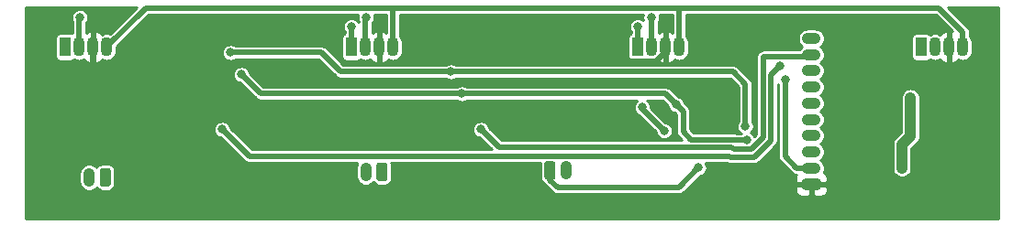
<source format=gbr>
G04 #@! TF.GenerationSoftware,KiCad,Pcbnew,(5.1.9)-1*
G04 #@! TF.CreationDate,2021-02-09T21:25:51+02:00*
G04 #@! TF.ProjectId,jantteri-secondary,6a616e74-7465-4726-992d-7365636f6e64,rev?*
G04 #@! TF.SameCoordinates,Original*
G04 #@! TF.FileFunction,Copper,L2,Bot*
G04 #@! TF.FilePolarity,Positive*
%FSLAX46Y46*%
G04 Gerber Fmt 4.6, Leading zero omitted, Abs format (unit mm)*
G04 Created by KiCad (PCBNEW (5.1.9)-1) date 2021-02-09 21:25:51*
%MOMM*%
%LPD*%
G01*
G04 APERTURE LIST*
G04 #@! TA.AperFunction,ComponentPad*
%ADD10O,1.070000X1.800000*%
G04 #@! TD*
G04 #@! TA.AperFunction,ComponentPad*
%ADD11R,1.070000X1.800000*%
G04 #@! TD*
G04 #@! TA.AperFunction,ComponentPad*
%ADD12O,1.030000X1.730000*%
G04 #@! TD*
G04 #@! TA.AperFunction,ComponentPad*
%ADD13O,1.730000X1.030000*%
G04 #@! TD*
G04 #@! TA.AperFunction,ViaPad*
%ADD14C,0.800000*%
G04 #@! TD*
G04 #@! TA.AperFunction,Conductor*
%ADD15C,0.500000*%
G04 #@! TD*
G04 #@! TA.AperFunction,Conductor*
%ADD16C,1.000000*%
G04 #@! TD*
G04 #@! TA.AperFunction,Conductor*
%ADD17C,0.254000*%
G04 #@! TD*
G04 #@! TA.AperFunction,Conductor*
%ADD18C,0.100000*%
G04 #@! TD*
G04 APERTURE END LIST*
D10*
X111506000Y-67564000D03*
X110236000Y-67564000D03*
X108966000Y-67564000D03*
D11*
X107696000Y-67564000D03*
X54864000Y-67564000D03*
D10*
X56134000Y-67564000D03*
X57404000Y-67564000D03*
X58674000Y-67564000D03*
D11*
X133858000Y-67564000D03*
D10*
X135128000Y-67564000D03*
X136398000Y-67564000D03*
X137668000Y-67564000D03*
X85090000Y-67564000D03*
X83820000Y-67564000D03*
X82550000Y-67564000D03*
D11*
X81280000Y-67564000D03*
G04 #@! TA.AperFunction,ComponentPad*
G36*
G01*
X59062000Y-79013999D02*
X59062000Y-80244001D01*
G75*
G02*
X58812001Y-80494000I-249999J0D01*
G01*
X58281999Y-80494000D01*
G75*
G02*
X58032000Y-80244001I0J249999D01*
G01*
X58032000Y-79013999D01*
G75*
G02*
X58281999Y-78764000I249999J0D01*
G01*
X58812001Y-78764000D01*
G75*
G02*
X59062000Y-79013999I0J-249999D01*
G01*
G37*
G04 #@! TD.AperFunction*
D12*
X57047000Y-79629000D03*
G04 #@! TA.AperFunction,ComponentPad*
G36*
G01*
X84589000Y-78505999D02*
X84589000Y-79736001D01*
G75*
G02*
X84339001Y-79986000I-249999J0D01*
G01*
X83808999Y-79986000D01*
G75*
G02*
X83559000Y-79736001I0J249999D01*
G01*
X83559000Y-78505999D01*
G75*
G02*
X83808999Y-78256000I249999J0D01*
G01*
X84339001Y-78256000D01*
G75*
G02*
X84589000Y-78505999I0J-249999D01*
G01*
G37*
G04 #@! TD.AperFunction*
X82574000Y-79121000D03*
X101068000Y-78994000D03*
G04 #@! TA.AperFunction,ComponentPad*
G36*
G01*
X99053000Y-79609001D02*
X99053000Y-78378999D01*
G75*
G02*
X99302999Y-78129000I249999J0D01*
G01*
X99833001Y-78129000D01*
G75*
G02*
X100083000Y-78378999I0J-249999D01*
G01*
X100083000Y-79609001D01*
G75*
G02*
X99833001Y-79859000I-249999J0D01*
G01*
X99302999Y-79859000D01*
G75*
G02*
X99053000Y-79609001I0J249999D01*
G01*
G37*
G04 #@! TD.AperFunction*
G04 #@! TA.AperFunction,ComponentPad*
G36*
G01*
X124313001Y-80779000D02*
X123082999Y-80779000D01*
G75*
G02*
X122833000Y-80529001I0J249999D01*
G01*
X122833000Y-79998999D01*
G75*
G02*
X123082999Y-79749000I249999J0D01*
G01*
X124313001Y-79749000D01*
G75*
G02*
X124563000Y-79998999I0J-249999D01*
G01*
X124563000Y-80529001D01*
G75*
G02*
X124313001Y-80779000I-249999J0D01*
G01*
G37*
G04 #@! TD.AperFunction*
D13*
X123698000Y-78764000D03*
X123698000Y-77264000D03*
X123698000Y-75764000D03*
X123698000Y-74264000D03*
X123698000Y-72764000D03*
X123698000Y-71264000D03*
X123698000Y-69764000D03*
X123698000Y-68264000D03*
X123698000Y-66764000D03*
D14*
X108077000Y-73152000D03*
X110109000Y-75311000D03*
X121285000Y-70612000D03*
X132842000Y-72263000D03*
X132842000Y-75819000D03*
X132059000Y-78764000D03*
X54356000Y-73406000D03*
X57404000Y-69342000D03*
X65786000Y-68072000D03*
X73660000Y-75438000D03*
X77724000Y-74168000D03*
X79248000Y-67056000D03*
X93472000Y-68326000D03*
X116332000Y-68072000D03*
X100076000Y-74676000D03*
X108458000Y-75438000D03*
X115443000Y-78740000D03*
X113284000Y-78740000D03*
X108910989Y-64825011D03*
X82621989Y-64825011D03*
X56205989Y-64825011D03*
X81263988Y-65675012D03*
X107679988Y-65675012D03*
X69342000Y-75184000D03*
X120777000Y-69303000D03*
X93218000Y-75184000D03*
X90424000Y-69850000D03*
X70104000Y-68072000D03*
X117602000Y-74891000D03*
X71120000Y-70104000D03*
X91440000Y-71882000D03*
X111252000Y-72898000D03*
X117729000Y-76200000D03*
D15*
X108077000Y-73279000D02*
X110109000Y-75311000D01*
X108077000Y-73152000D02*
X108077000Y-73279000D01*
X121285000Y-70612000D02*
X121285000Y-77716000D01*
D16*
X132059000Y-76602000D02*
X132842000Y-75819000D01*
X132059000Y-78764000D02*
X132059000Y-76602000D01*
X132842000Y-72263000D02*
X132842000Y-75819000D01*
D15*
X121285000Y-77716000D02*
X122333000Y-78764000D01*
X122333000Y-78764000D02*
X123698000Y-78764000D01*
X110236000Y-67564000D02*
X110236000Y-68052014D01*
X94060010Y-68914010D02*
X93472000Y-68326000D01*
X109374004Y-68914010D02*
X94060010Y-68914010D01*
X110236000Y-68052014D02*
X109374004Y-68914010D01*
X57404000Y-67564000D02*
X57404000Y-69342000D01*
X113284000Y-78740000D02*
X111460990Y-80563010D01*
X100272010Y-80563010D02*
X99568000Y-79859000D01*
X99568000Y-79859000D02*
X99568000Y-78994000D01*
X111460990Y-80563010D02*
X100272010Y-80563010D01*
X62262990Y-63975010D02*
X58674000Y-67564000D01*
X137668000Y-66164000D02*
X135479010Y-63975010D01*
X137668000Y-67564000D02*
X137668000Y-66164000D01*
X85090000Y-64008000D02*
X85122990Y-63975010D01*
X85090000Y-67564000D02*
X85090000Y-64008000D01*
X85122990Y-63975010D02*
X62262990Y-63975010D01*
X111506000Y-64008000D02*
X111538990Y-63975010D01*
X111506000Y-67564000D02*
X111506000Y-64008000D01*
X111538990Y-63975010D02*
X85122990Y-63975010D01*
X135479010Y-63975010D02*
X111538990Y-63975010D01*
X108966000Y-64880022D02*
X108910989Y-64825011D01*
X108966000Y-67564000D02*
X108966000Y-64880022D01*
X82550000Y-64897000D02*
X82621989Y-64825011D01*
X82550000Y-67564000D02*
X82550000Y-64897000D01*
X56134000Y-64897000D02*
X56205989Y-64825011D01*
X56134000Y-67564000D02*
X56134000Y-64897000D01*
X107696000Y-65691024D02*
X107679988Y-65675012D01*
X107696000Y-67564000D02*
X107696000Y-65691024D01*
X81280000Y-65691024D02*
X81263988Y-65675012D01*
X81280000Y-67564000D02*
X81280000Y-65691024D01*
X71628000Y-77470000D02*
X69342000Y-75184000D01*
X71836990Y-77678990D02*
X71628000Y-77470000D01*
X116159990Y-77678990D02*
X71836990Y-77678990D01*
X116231010Y-77750011D02*
X118426954Y-77750011D01*
X116159990Y-77678990D02*
X116231010Y-77750011D01*
X119953010Y-70126990D02*
X120777000Y-69303000D01*
X119953010Y-76223955D02*
X119953010Y-70126990D01*
X118426954Y-77750011D02*
X119953010Y-76223955D01*
X123509000Y-68453000D02*
X123698000Y-68264000D01*
X119253000Y-75934002D02*
X119253000Y-68453000D01*
X118137001Y-77050001D02*
X119253000Y-75934002D01*
X116520963Y-77050001D02*
X118137001Y-77050001D01*
X116305962Y-76835000D02*
X116520963Y-77050001D01*
X94869000Y-76835000D02*
X116305962Y-76835000D01*
X93218000Y-75184000D02*
X94869000Y-76835000D01*
X119253000Y-68453000D02*
X123509000Y-68453000D01*
X111760000Y-69850000D02*
X90424000Y-69850000D01*
X90424000Y-69850000D02*
X80264000Y-69850000D01*
X78486000Y-68072000D02*
X70104000Y-68072000D01*
X80264000Y-69850000D02*
X78486000Y-68072000D01*
X117602000Y-74891000D02*
X117602000Y-70993000D01*
X116459000Y-69850000D02*
X111760000Y-69850000D01*
X117602000Y-70993000D02*
X116459000Y-69850000D01*
X72898000Y-71882000D02*
X91440000Y-71882000D01*
X71120000Y-70104000D02*
X72898000Y-71882000D01*
X110236000Y-71882000D02*
X111252000Y-72898000D01*
X91440000Y-71882000D02*
X110236000Y-71882000D01*
X111887000Y-73533000D02*
X111252000Y-72898000D01*
X111887000Y-75438000D02*
X111887000Y-73533000D01*
X112583990Y-76134990D02*
X111887000Y-75438000D01*
X116595915Y-76134990D02*
X112583990Y-76134990D01*
X116660925Y-76200000D02*
X116595915Y-76134990D01*
X117729000Y-76200000D02*
X116660925Y-76200000D01*
D17*
X59003804Y-66341828D02*
X58853566Y-66296254D01*
X58674000Y-66278568D01*
X58494433Y-66296254D01*
X58321766Y-66348632D01*
X58249180Y-66387430D01*
X58141513Y-66281883D01*
X57948421Y-66155623D01*
X57711383Y-66070100D01*
X57531000Y-66195756D01*
X57531000Y-67437000D01*
X57551000Y-67437000D01*
X57551000Y-67691000D01*
X57531000Y-67691000D01*
X57531000Y-68932244D01*
X57711383Y-69057900D01*
X57948421Y-68972377D01*
X58141513Y-68846117D01*
X58249181Y-68740570D01*
X58321767Y-68779368D01*
X58494434Y-68831746D01*
X58674000Y-68849432D01*
X58853567Y-68831746D01*
X59026234Y-68779368D01*
X59185365Y-68694311D01*
X59324844Y-68579844D01*
X59439311Y-68440365D01*
X59524368Y-68281234D01*
X59576746Y-68108567D01*
X59590000Y-67973998D01*
X59590000Y-67540368D01*
X62524359Y-64606010D01*
X81869250Y-64606010D01*
X81840989Y-64748089D01*
X81840989Y-64901933D01*
X81871002Y-65052820D01*
X81919001Y-65168698D01*
X81919001Y-65249545D01*
X81870630Y-65177153D01*
X81761847Y-65068370D01*
X81633930Y-64982899D01*
X81491797Y-64924025D01*
X81340910Y-64894012D01*
X81187066Y-64894012D01*
X81036179Y-64924025D01*
X80894046Y-64982899D01*
X80766129Y-65068370D01*
X80657346Y-65177153D01*
X80571875Y-65305070D01*
X80513001Y-65447203D01*
X80482988Y-65598090D01*
X80482988Y-65751934D01*
X80513001Y-65902821D01*
X80571875Y-66044954D01*
X80649001Y-66160381D01*
X80649001Y-66294977D01*
X80598492Y-66310299D01*
X80532304Y-66345678D01*
X80474289Y-66393289D01*
X80426678Y-66451304D01*
X80391299Y-66517492D01*
X80369513Y-66589311D01*
X80362157Y-66664000D01*
X80362157Y-68464000D01*
X80369513Y-68538689D01*
X80391299Y-68610508D01*
X80426678Y-68676696D01*
X80474289Y-68734711D01*
X80532304Y-68782322D01*
X80598492Y-68817701D01*
X80670311Y-68839487D01*
X80745000Y-68846843D01*
X81815000Y-68846843D01*
X81889689Y-68839487D01*
X81961508Y-68817701D01*
X82027696Y-68782322D01*
X82085711Y-68734711D01*
X82094403Y-68724119D01*
X82197767Y-68779368D01*
X82370434Y-68831746D01*
X82550000Y-68849432D01*
X82729567Y-68831746D01*
X82902234Y-68779368D01*
X82974820Y-68740570D01*
X83082487Y-68846117D01*
X83275579Y-68972377D01*
X83512617Y-69057900D01*
X83693000Y-68932244D01*
X83693000Y-67691000D01*
X83673000Y-67691000D01*
X83673000Y-67437000D01*
X83693000Y-67437000D01*
X83693000Y-66195756D01*
X83512617Y-66070100D01*
X83275579Y-66155623D01*
X83181000Y-66217467D01*
X83181000Y-65370501D01*
X83228631Y-65322870D01*
X83314102Y-65194953D01*
X83372976Y-65052820D01*
X83402989Y-64901933D01*
X83402989Y-64748089D01*
X83374728Y-64606010D01*
X84459001Y-64606010D01*
X84459000Y-66217467D01*
X84364421Y-66155623D01*
X84127383Y-66070100D01*
X83947000Y-66195756D01*
X83947000Y-67437000D01*
X83967000Y-67437000D01*
X83967000Y-67691000D01*
X83947000Y-67691000D01*
X83947000Y-68932244D01*
X84127383Y-69057900D01*
X84364421Y-68972377D01*
X84557513Y-68846117D01*
X84665181Y-68740570D01*
X84737767Y-68779368D01*
X84910434Y-68831746D01*
X85090000Y-68849432D01*
X85269567Y-68831746D01*
X85442234Y-68779368D01*
X85601365Y-68694311D01*
X85740844Y-68579844D01*
X85855311Y-68440365D01*
X85940368Y-68281234D01*
X85992746Y-68108567D01*
X86006000Y-67973998D01*
X86006000Y-67154002D01*
X85992746Y-67019433D01*
X85940368Y-66846766D01*
X85855311Y-66687635D01*
X85740844Y-66548156D01*
X85721000Y-66531871D01*
X85721000Y-64606010D01*
X108158250Y-64606010D01*
X108129989Y-64748089D01*
X108129989Y-64901933D01*
X108160002Y-65052820D01*
X108162079Y-65057834D01*
X108049930Y-64982899D01*
X107907797Y-64924025D01*
X107756910Y-64894012D01*
X107603066Y-64894012D01*
X107452179Y-64924025D01*
X107310046Y-64982899D01*
X107182129Y-65068370D01*
X107073346Y-65177153D01*
X106987875Y-65305070D01*
X106929001Y-65447203D01*
X106898988Y-65598090D01*
X106898988Y-65751934D01*
X106929001Y-65902821D01*
X106987875Y-66044954D01*
X107065001Y-66160381D01*
X107065001Y-66294977D01*
X107014492Y-66310299D01*
X106948304Y-66345678D01*
X106890289Y-66393289D01*
X106842678Y-66451304D01*
X106807299Y-66517492D01*
X106785513Y-66589311D01*
X106778157Y-66664000D01*
X106778157Y-68464000D01*
X106785513Y-68538689D01*
X106807299Y-68610508D01*
X106842678Y-68676696D01*
X106890289Y-68734711D01*
X106948304Y-68782322D01*
X107014492Y-68817701D01*
X107086311Y-68839487D01*
X107161000Y-68846843D01*
X108231000Y-68846843D01*
X108305689Y-68839487D01*
X108377508Y-68817701D01*
X108443696Y-68782322D01*
X108501711Y-68734711D01*
X108510403Y-68724119D01*
X108613767Y-68779368D01*
X108786434Y-68831746D01*
X108966000Y-68849432D01*
X109145567Y-68831746D01*
X109318234Y-68779368D01*
X109390820Y-68740570D01*
X109498487Y-68846117D01*
X109691579Y-68972377D01*
X109928617Y-69057900D01*
X110109000Y-68932244D01*
X110109000Y-67691000D01*
X110089000Y-67691000D01*
X110089000Y-67437000D01*
X110109000Y-67437000D01*
X110109000Y-66195756D01*
X109928617Y-66070100D01*
X109691579Y-66155623D01*
X109597000Y-66217467D01*
X109597000Y-65204085D01*
X109603102Y-65194953D01*
X109661976Y-65052820D01*
X109691989Y-64901933D01*
X109691989Y-64748089D01*
X109663728Y-64606010D01*
X110875001Y-64606010D01*
X110875000Y-66217467D01*
X110780421Y-66155623D01*
X110543383Y-66070100D01*
X110363000Y-66195756D01*
X110363000Y-67437000D01*
X110383000Y-67437000D01*
X110383000Y-67691000D01*
X110363000Y-67691000D01*
X110363000Y-68932244D01*
X110543383Y-69057900D01*
X110780421Y-68972377D01*
X110973513Y-68846117D01*
X111081181Y-68740570D01*
X111153767Y-68779368D01*
X111326434Y-68831746D01*
X111506000Y-68849432D01*
X111685567Y-68831746D01*
X111858234Y-68779368D01*
X112017365Y-68694311D01*
X112156844Y-68579844D01*
X112271311Y-68440365D01*
X112356368Y-68281234D01*
X112408746Y-68108567D01*
X112422000Y-67973998D01*
X112422000Y-67154002D01*
X112408746Y-67019433D01*
X112356368Y-66846766D01*
X112271311Y-66687635D01*
X112156844Y-66548156D01*
X112137000Y-66531871D01*
X112137000Y-64606010D01*
X135217642Y-64606010D01*
X136691442Y-66079811D01*
X136525000Y-66195756D01*
X136525000Y-67437000D01*
X136545000Y-67437000D01*
X136545000Y-67691000D01*
X136525000Y-67691000D01*
X136525000Y-68932244D01*
X136705383Y-69057900D01*
X136942421Y-68972377D01*
X137135513Y-68846117D01*
X137243181Y-68740570D01*
X137315767Y-68779368D01*
X137488434Y-68831746D01*
X137668000Y-68849432D01*
X137847567Y-68831746D01*
X138020234Y-68779368D01*
X138179365Y-68694311D01*
X138318844Y-68579844D01*
X138433311Y-68440365D01*
X138518368Y-68281234D01*
X138570746Y-68108567D01*
X138584000Y-67973998D01*
X138584000Y-67154002D01*
X138570746Y-67019433D01*
X138518368Y-66846766D01*
X138433311Y-66687635D01*
X138318844Y-66548156D01*
X138299000Y-66531871D01*
X138299000Y-66194987D01*
X138302052Y-66163999D01*
X138299000Y-66133011D01*
X138299000Y-66133002D01*
X138289870Y-66040302D01*
X138253789Y-65921358D01*
X138195196Y-65811739D01*
X138116343Y-65715657D01*
X138092268Y-65695899D01*
X136302368Y-63906000D01*
X140945001Y-63906000D01*
X140945000Y-82569940D01*
X140945001Y-82569950D01*
X140945000Y-83414000D01*
X51206000Y-83414000D01*
X51206000Y-79234987D01*
X56151000Y-79234987D01*
X56151000Y-80023012D01*
X56163965Y-80154646D01*
X56215199Y-80323542D01*
X56298399Y-80479198D01*
X56410367Y-80615633D01*
X56546801Y-80727601D01*
X56702457Y-80810801D01*
X56871353Y-80862035D01*
X57047000Y-80879335D01*
X57222646Y-80862035D01*
X57391542Y-80810801D01*
X57547198Y-80727601D01*
X57683633Y-80615633D01*
X57733830Y-80554467D01*
X57755810Y-80595589D01*
X57834512Y-80691488D01*
X57930411Y-80770190D01*
X58039821Y-80828671D01*
X58158538Y-80864683D01*
X58281999Y-80876843D01*
X58812001Y-80876843D01*
X58935462Y-80864683D01*
X59054179Y-80828671D01*
X59163589Y-80770190D01*
X59259488Y-80691488D01*
X59338190Y-80595589D01*
X59396671Y-80486179D01*
X59432683Y-80367462D01*
X59444843Y-80244001D01*
X59444843Y-79013999D01*
X59432683Y-78890538D01*
X59396671Y-78771821D01*
X59338190Y-78662411D01*
X59259488Y-78566512D01*
X59163589Y-78487810D01*
X59054179Y-78429329D01*
X58935462Y-78393317D01*
X58812001Y-78381157D01*
X58281999Y-78381157D01*
X58158538Y-78393317D01*
X58039821Y-78429329D01*
X57930411Y-78487810D01*
X57834512Y-78566512D01*
X57755810Y-78662411D01*
X57733830Y-78703533D01*
X57683633Y-78642367D01*
X57547199Y-78530399D01*
X57391543Y-78447199D01*
X57222647Y-78395965D01*
X57047000Y-78378665D01*
X56871354Y-78395965D01*
X56702458Y-78447199D01*
X56546802Y-78530399D01*
X56410368Y-78642367D01*
X56298400Y-78778801D01*
X56215200Y-78934457D01*
X56163965Y-79103353D01*
X56151000Y-79234987D01*
X51206000Y-79234987D01*
X51206000Y-75107078D01*
X68561000Y-75107078D01*
X68561000Y-75260922D01*
X68591013Y-75411809D01*
X68649887Y-75553942D01*
X68735358Y-75681859D01*
X68844141Y-75790642D01*
X68972058Y-75876113D01*
X69114191Y-75934987D01*
X69222079Y-75956447D01*
X71203734Y-77938103D01*
X71203741Y-77938108D01*
X71368881Y-78103248D01*
X71388647Y-78127333D01*
X71484729Y-78206186D01*
X71594348Y-78264779D01*
X71713292Y-78300860D01*
X71805992Y-78309990D01*
X71806001Y-78309990D01*
X71836989Y-78313042D01*
X71867977Y-78309990D01*
X81804453Y-78309990D01*
X81742200Y-78426457D01*
X81690965Y-78595353D01*
X81678000Y-78726987D01*
X81678000Y-79515012D01*
X81690965Y-79646646D01*
X81742199Y-79815542D01*
X81825399Y-79971198D01*
X81937367Y-80107633D01*
X82073801Y-80219601D01*
X82229457Y-80302801D01*
X82398353Y-80354035D01*
X82574000Y-80371335D01*
X82749646Y-80354035D01*
X82918542Y-80302801D01*
X83074198Y-80219601D01*
X83210633Y-80107633D01*
X83260830Y-80046467D01*
X83282810Y-80087589D01*
X83361512Y-80183488D01*
X83457411Y-80262190D01*
X83566821Y-80320671D01*
X83685538Y-80356683D01*
X83808999Y-80368843D01*
X84339001Y-80368843D01*
X84462462Y-80356683D01*
X84581179Y-80320671D01*
X84690589Y-80262190D01*
X84786488Y-80183488D01*
X84865190Y-80087589D01*
X84923671Y-79978179D01*
X84959683Y-79859462D01*
X84971843Y-79736001D01*
X84971843Y-78505999D01*
X84959683Y-78382538D01*
X84937676Y-78309990D01*
X98676954Y-78309990D01*
X98670157Y-78378999D01*
X98670157Y-79609001D01*
X98682317Y-79732462D01*
X98718329Y-79851179D01*
X98776810Y-79960589D01*
X98855512Y-80056488D01*
X98951411Y-80135190D01*
X99019636Y-80171657D01*
X99040804Y-80211260D01*
X99119657Y-80307343D01*
X99143737Y-80327105D01*
X99803905Y-80987273D01*
X99823667Y-81011353D01*
X99919749Y-81090206D01*
X100029368Y-81148799D01*
X100148312Y-81184880D01*
X100241012Y-81194010D01*
X100241021Y-81194010D01*
X100272009Y-81197062D01*
X100302997Y-81194010D01*
X111430000Y-81194010D01*
X111460990Y-81197062D01*
X111491980Y-81194010D01*
X111491988Y-81194010D01*
X111584688Y-81184880D01*
X111703632Y-81148799D01*
X111813251Y-81090206D01*
X111909333Y-81011353D01*
X111929095Y-80987273D01*
X112137368Y-80779000D01*
X122194928Y-80779000D01*
X122207188Y-80903482D01*
X122243498Y-81023180D01*
X122302463Y-81133494D01*
X122381815Y-81230185D01*
X122478506Y-81309537D01*
X122588820Y-81368502D01*
X122708518Y-81404812D01*
X122833000Y-81417072D01*
X123412250Y-81414000D01*
X123571000Y-81255250D01*
X123571000Y-80391000D01*
X123825000Y-80391000D01*
X123825000Y-81255250D01*
X123983750Y-81414000D01*
X124563000Y-81417072D01*
X124687482Y-81404812D01*
X124807180Y-81368502D01*
X124917494Y-81309537D01*
X125014185Y-81230185D01*
X125093537Y-81133494D01*
X125152502Y-81023180D01*
X125188812Y-80903482D01*
X125201072Y-80779000D01*
X125198000Y-80549750D01*
X125039250Y-80391000D01*
X123825000Y-80391000D01*
X123571000Y-80391000D01*
X122356750Y-80391000D01*
X122198000Y-80549750D01*
X122194928Y-80779000D01*
X112137368Y-80779000D01*
X113403921Y-79512447D01*
X113511809Y-79490987D01*
X113653942Y-79432113D01*
X113781859Y-79346642D01*
X113890642Y-79237859D01*
X113976113Y-79109942D01*
X114034987Y-78967809D01*
X114065000Y-78816922D01*
X114065000Y-78663078D01*
X114034987Y-78512191D01*
X113976113Y-78370058D01*
X113935977Y-78309990D01*
X115940081Y-78309990D01*
X115988368Y-78335800D01*
X116067971Y-78359947D01*
X116107308Y-78371880D01*
X116107309Y-78371880D01*
X116107312Y-78371881D01*
X116200012Y-78381011D01*
X116200017Y-78381011D01*
X116231005Y-78384063D01*
X116261996Y-78381011D01*
X118395964Y-78381011D01*
X118426954Y-78384063D01*
X118457944Y-78381011D01*
X118457952Y-78381011D01*
X118550652Y-78371881D01*
X118669596Y-78335800D01*
X118779215Y-78277207D01*
X118875297Y-78198354D01*
X118895059Y-78174274D01*
X120377279Y-76692055D01*
X120401353Y-76672298D01*
X120458149Y-76603093D01*
X120480206Y-76576216D01*
X120538799Y-76466597D01*
X120545358Y-76444975D01*
X120574880Y-76347653D01*
X120584010Y-76254953D01*
X120584010Y-76254944D01*
X120587062Y-76223956D01*
X120584010Y-76192968D01*
X120584010Y-70960511D01*
X120592887Y-70981942D01*
X120654000Y-71073405D01*
X120654001Y-77685000D01*
X120650948Y-77716000D01*
X120663130Y-77839697D01*
X120699211Y-77958641D01*
X120757804Y-78068260D01*
X120816897Y-78140265D01*
X120816900Y-78140268D01*
X120836658Y-78164343D01*
X120860733Y-78184101D01*
X121864899Y-79188268D01*
X121884657Y-79212343D01*
X121908732Y-79232101D01*
X121908734Y-79232103D01*
X121958824Y-79273211D01*
X121980739Y-79291196D01*
X122090358Y-79349789D01*
X122209302Y-79385870D01*
X122302002Y-79395000D01*
X122302009Y-79395000D01*
X122302189Y-79395018D01*
X122243498Y-79504820D01*
X122207188Y-79624518D01*
X122194928Y-79749000D01*
X122198000Y-79978250D01*
X122356750Y-80137000D01*
X123571000Y-80137000D01*
X123571000Y-80117000D01*
X123825000Y-80117000D01*
X123825000Y-80137000D01*
X125039250Y-80137000D01*
X125198000Y-79978250D01*
X125201072Y-79749000D01*
X125188812Y-79624518D01*
X125152502Y-79504820D01*
X125093537Y-79394506D01*
X125014185Y-79297815D01*
X124917494Y-79218463D01*
X124842480Y-79178366D01*
X124879801Y-79108543D01*
X124931035Y-78939647D01*
X124948335Y-78764000D01*
X124931035Y-78588353D01*
X124879801Y-78419457D01*
X124796601Y-78263801D01*
X124684633Y-78127367D01*
X124548199Y-78015399D01*
X124545582Y-78014000D01*
X124548199Y-78012601D01*
X124684633Y-77900633D01*
X124796601Y-77764199D01*
X124879801Y-77608543D01*
X124931035Y-77439647D01*
X124948335Y-77264000D01*
X124931035Y-77088353D01*
X124879801Y-76919457D01*
X124796601Y-76763801D01*
X124684633Y-76627367D01*
X124653724Y-76602000D01*
X131173738Y-76602000D01*
X131178001Y-76645280D01*
X131178000Y-78807272D01*
X131190748Y-78936705D01*
X131241125Y-79102774D01*
X131322932Y-79255824D01*
X131433025Y-79389975D01*
X131567175Y-79500068D01*
X131720225Y-79581875D01*
X131886294Y-79632252D01*
X132059000Y-79649262D01*
X132231705Y-79632252D01*
X132397774Y-79581875D01*
X132550824Y-79500068D01*
X132684975Y-79389975D01*
X132795068Y-79255825D01*
X132876875Y-79102775D01*
X132927252Y-78936706D01*
X132940000Y-78807273D01*
X132940000Y-76966921D01*
X133434360Y-76472562D01*
X133467975Y-76444975D01*
X133539133Y-76358268D01*
X133578068Y-76310826D01*
X133635167Y-76204000D01*
X133659875Y-76157775D01*
X133710252Y-75991706D01*
X133723000Y-75862273D01*
X133723000Y-75862271D01*
X133727262Y-75819001D01*
X133723000Y-75775731D01*
X133723000Y-72219727D01*
X133710252Y-72090294D01*
X133659875Y-71924225D01*
X133578068Y-71771175D01*
X133467975Y-71637025D01*
X133333824Y-71526932D01*
X133180774Y-71445125D01*
X133014705Y-71394748D01*
X132842000Y-71377738D01*
X132669294Y-71394748D01*
X132503225Y-71445125D01*
X132350175Y-71526932D01*
X132216025Y-71637025D01*
X132105932Y-71771176D01*
X132024125Y-71924226D01*
X131973748Y-72090295D01*
X131961000Y-72219728D01*
X131961001Y-75454077D01*
X131466640Y-75948439D01*
X131433026Y-75976025D01*
X131391085Y-76027131D01*
X131322932Y-76110175D01*
X131241125Y-76263226D01*
X131206421Y-76377631D01*
X131191200Y-76427809D01*
X131190749Y-76429295D01*
X131173738Y-76602000D01*
X124653724Y-76602000D01*
X124548199Y-76515399D01*
X124545582Y-76514000D01*
X124548199Y-76512601D01*
X124684633Y-76400633D01*
X124796601Y-76264199D01*
X124879801Y-76108543D01*
X124931035Y-75939647D01*
X124948335Y-75764000D01*
X124931035Y-75588353D01*
X124879801Y-75419457D01*
X124796601Y-75263801D01*
X124684633Y-75127367D01*
X124548199Y-75015399D01*
X124545582Y-75014000D01*
X124548199Y-75012601D01*
X124684633Y-74900633D01*
X124796601Y-74764199D01*
X124879801Y-74608543D01*
X124931035Y-74439647D01*
X124948335Y-74264000D01*
X124931035Y-74088353D01*
X124879801Y-73919457D01*
X124796601Y-73763801D01*
X124684633Y-73627367D01*
X124548199Y-73515399D01*
X124545582Y-73514000D01*
X124548199Y-73512601D01*
X124684633Y-73400633D01*
X124796601Y-73264199D01*
X124879801Y-73108543D01*
X124931035Y-72939647D01*
X124948335Y-72764000D01*
X124931035Y-72588353D01*
X124879801Y-72419457D01*
X124796601Y-72263801D01*
X124684633Y-72127367D01*
X124548199Y-72015399D01*
X124545582Y-72014000D01*
X124548199Y-72012601D01*
X124684633Y-71900633D01*
X124796601Y-71764199D01*
X124879801Y-71608543D01*
X124931035Y-71439647D01*
X124948335Y-71264000D01*
X124931035Y-71088353D01*
X124879801Y-70919457D01*
X124796601Y-70763801D01*
X124684633Y-70627367D01*
X124548199Y-70515399D01*
X124545582Y-70514000D01*
X124548199Y-70512601D01*
X124684633Y-70400633D01*
X124796601Y-70264199D01*
X124879801Y-70108543D01*
X124931035Y-69939647D01*
X124948335Y-69764000D01*
X124931035Y-69588353D01*
X124879801Y-69419457D01*
X124796601Y-69263801D01*
X124684633Y-69127367D01*
X124548199Y-69015399D01*
X124545582Y-69014000D01*
X124548199Y-69012601D01*
X124684633Y-68900633D01*
X124796601Y-68764199D01*
X124879801Y-68608543D01*
X124931035Y-68439647D01*
X124948335Y-68264000D01*
X124931035Y-68088353D01*
X124879801Y-67919457D01*
X124796601Y-67763801D01*
X124684633Y-67627367D01*
X124548199Y-67515399D01*
X124545582Y-67514000D01*
X124548199Y-67512601D01*
X124684633Y-67400633D01*
X124796601Y-67264199D01*
X124879801Y-67108543D01*
X124931035Y-66939647D01*
X124948335Y-66764000D01*
X124938486Y-66664000D01*
X132940157Y-66664000D01*
X132940157Y-68464000D01*
X132947513Y-68538689D01*
X132969299Y-68610508D01*
X133004678Y-68676696D01*
X133052289Y-68734711D01*
X133110304Y-68782322D01*
X133176492Y-68817701D01*
X133248311Y-68839487D01*
X133323000Y-68846843D01*
X134393000Y-68846843D01*
X134467689Y-68839487D01*
X134539508Y-68817701D01*
X134605696Y-68782322D01*
X134663711Y-68734711D01*
X134672403Y-68724119D01*
X134775767Y-68779368D01*
X134948434Y-68831746D01*
X135128000Y-68849432D01*
X135307567Y-68831746D01*
X135480234Y-68779368D01*
X135552820Y-68740570D01*
X135660487Y-68846117D01*
X135853579Y-68972377D01*
X136090617Y-69057900D01*
X136271000Y-68932244D01*
X136271000Y-67691000D01*
X136251000Y-67691000D01*
X136251000Y-67437000D01*
X136271000Y-67437000D01*
X136271000Y-66195756D01*
X136090617Y-66070100D01*
X135853579Y-66155623D01*
X135660487Y-66281883D01*
X135552819Y-66387430D01*
X135480233Y-66348632D01*
X135307566Y-66296254D01*
X135128000Y-66278568D01*
X134948433Y-66296254D01*
X134775766Y-66348632D01*
X134672403Y-66403880D01*
X134663711Y-66393289D01*
X134605696Y-66345678D01*
X134539508Y-66310299D01*
X134467689Y-66288513D01*
X134393000Y-66281157D01*
X133323000Y-66281157D01*
X133248311Y-66288513D01*
X133176492Y-66310299D01*
X133110304Y-66345678D01*
X133052289Y-66393289D01*
X133004678Y-66451304D01*
X132969299Y-66517492D01*
X132947513Y-66589311D01*
X132940157Y-66664000D01*
X124938486Y-66664000D01*
X124931035Y-66588353D01*
X124879801Y-66419457D01*
X124796601Y-66263801D01*
X124684633Y-66127367D01*
X124548199Y-66015399D01*
X124392543Y-65932199D01*
X124223647Y-65880965D01*
X124092013Y-65868000D01*
X123303987Y-65868000D01*
X123172353Y-65880965D01*
X123003457Y-65932199D01*
X122847801Y-66015399D01*
X122711367Y-66127367D01*
X122599399Y-66263801D01*
X122516199Y-66419457D01*
X122464965Y-66588353D01*
X122447665Y-66764000D01*
X122464965Y-66939647D01*
X122516199Y-67108543D01*
X122599399Y-67264199D01*
X122711367Y-67400633D01*
X122847801Y-67512601D01*
X122850418Y-67514000D01*
X122847801Y-67515399D01*
X122711367Y-67627367D01*
X122599399Y-67763801D01*
X122568291Y-67822000D01*
X119283998Y-67822000D01*
X119253000Y-67818947D01*
X119222002Y-67822000D01*
X119129302Y-67831130D01*
X119010358Y-67867211D01*
X118900739Y-67925804D01*
X118804657Y-68004657D01*
X118725804Y-68100739D01*
X118667211Y-68210358D01*
X118631130Y-68329302D01*
X118618947Y-68453000D01*
X118622001Y-68484008D01*
X118622000Y-75672633D01*
X118433843Y-75860790D01*
X118421113Y-75830058D01*
X118335642Y-75702141D01*
X118226859Y-75593358D01*
X118098942Y-75507887D01*
X118090043Y-75504201D01*
X118099859Y-75497642D01*
X118208642Y-75388859D01*
X118294113Y-75260942D01*
X118352987Y-75118809D01*
X118383000Y-74967922D01*
X118383000Y-74814078D01*
X118352987Y-74663191D01*
X118294113Y-74521058D01*
X118233000Y-74429595D01*
X118233000Y-71023987D01*
X118236052Y-70992999D01*
X118233000Y-70962011D01*
X118233000Y-70962002D01*
X118223870Y-70869302D01*
X118187789Y-70750358D01*
X118129196Y-70640739D01*
X118080171Y-70581002D01*
X118070103Y-70568734D01*
X118070101Y-70568732D01*
X118050343Y-70544657D01*
X118026268Y-70524899D01*
X116927105Y-69425737D01*
X116907343Y-69401657D01*
X116811261Y-69322804D01*
X116701642Y-69264211D01*
X116582698Y-69228130D01*
X116489998Y-69219000D01*
X116489990Y-69219000D01*
X116459000Y-69215948D01*
X116428010Y-69219000D01*
X90885405Y-69219000D01*
X90793942Y-69157887D01*
X90651809Y-69099013D01*
X90500922Y-69069000D01*
X90347078Y-69069000D01*
X90196191Y-69099013D01*
X90054058Y-69157887D01*
X89962595Y-69219000D01*
X80525369Y-69219000D01*
X78954105Y-67647737D01*
X78934343Y-67623657D01*
X78838261Y-67544804D01*
X78728642Y-67486211D01*
X78609698Y-67450130D01*
X78516998Y-67441000D01*
X78516990Y-67441000D01*
X78486000Y-67437948D01*
X78455010Y-67441000D01*
X70565405Y-67441000D01*
X70473942Y-67379887D01*
X70331809Y-67321013D01*
X70180922Y-67291000D01*
X70027078Y-67291000D01*
X69876191Y-67321013D01*
X69734058Y-67379887D01*
X69606141Y-67465358D01*
X69497358Y-67574141D01*
X69411887Y-67702058D01*
X69353013Y-67844191D01*
X69323000Y-67995078D01*
X69323000Y-68148922D01*
X69353013Y-68299809D01*
X69411887Y-68441942D01*
X69497358Y-68569859D01*
X69606141Y-68678642D01*
X69734058Y-68764113D01*
X69876191Y-68822987D01*
X70027078Y-68853000D01*
X70180922Y-68853000D01*
X70331809Y-68822987D01*
X70473942Y-68764113D01*
X70565405Y-68703000D01*
X78224632Y-68703000D01*
X79795899Y-70274268D01*
X79815657Y-70298343D01*
X79911739Y-70377196D01*
X80021358Y-70435789D01*
X80140302Y-70471870D01*
X80233002Y-70481000D01*
X80233009Y-70481000D01*
X80264000Y-70484052D01*
X80294990Y-70481000D01*
X89962595Y-70481000D01*
X90054058Y-70542113D01*
X90196191Y-70600987D01*
X90347078Y-70631000D01*
X90500922Y-70631000D01*
X90651809Y-70600987D01*
X90793942Y-70542113D01*
X90885405Y-70481000D01*
X116197632Y-70481000D01*
X116971001Y-71254370D01*
X116971000Y-74429595D01*
X116909887Y-74521058D01*
X116851013Y-74663191D01*
X116821000Y-74814078D01*
X116821000Y-74967922D01*
X116851013Y-75118809D01*
X116909887Y-75260942D01*
X116995358Y-75388859D01*
X117104141Y-75497642D01*
X117210936Y-75569000D01*
X116875598Y-75569000D01*
X116838557Y-75549201D01*
X116719613Y-75513120D01*
X116626913Y-75503990D01*
X116626905Y-75503990D01*
X116595915Y-75500938D01*
X116564925Y-75503990D01*
X112845359Y-75503990D01*
X112518000Y-75176632D01*
X112518000Y-73563998D01*
X112521053Y-73533000D01*
X112508870Y-73409302D01*
X112472789Y-73290358D01*
X112414196Y-73180739D01*
X112355103Y-73108734D01*
X112355101Y-73108732D01*
X112335343Y-73084657D01*
X112311268Y-73064899D01*
X112024447Y-72778078D01*
X112002987Y-72670191D01*
X111944113Y-72528058D01*
X111858642Y-72400141D01*
X111749859Y-72291358D01*
X111621942Y-72205887D01*
X111479809Y-72147013D01*
X111371922Y-72125553D01*
X110704105Y-71457737D01*
X110684343Y-71433657D01*
X110588261Y-71354804D01*
X110478642Y-71296211D01*
X110359698Y-71260130D01*
X110266998Y-71251000D01*
X110266990Y-71251000D01*
X110236000Y-71247948D01*
X110205010Y-71251000D01*
X91901405Y-71251000D01*
X91809942Y-71189887D01*
X91667809Y-71131013D01*
X91516922Y-71101000D01*
X91363078Y-71101000D01*
X91212191Y-71131013D01*
X91070058Y-71189887D01*
X90978595Y-71251000D01*
X73159369Y-71251000D01*
X71892447Y-69984079D01*
X71870987Y-69876191D01*
X71812113Y-69734058D01*
X71726642Y-69606141D01*
X71617859Y-69497358D01*
X71489942Y-69411887D01*
X71347809Y-69353013D01*
X71196922Y-69323000D01*
X71043078Y-69323000D01*
X70892191Y-69353013D01*
X70750058Y-69411887D01*
X70622141Y-69497358D01*
X70513358Y-69606141D01*
X70427887Y-69734058D01*
X70369013Y-69876191D01*
X70339000Y-70027078D01*
X70339000Y-70180922D01*
X70369013Y-70331809D01*
X70427887Y-70473942D01*
X70513358Y-70601859D01*
X70622141Y-70710642D01*
X70750058Y-70796113D01*
X70892191Y-70854987D01*
X71000079Y-70876447D01*
X72429899Y-72306268D01*
X72449657Y-72330343D01*
X72473732Y-72350101D01*
X72473734Y-72350103D01*
X72535768Y-72401013D01*
X72545739Y-72409196D01*
X72655358Y-72467789D01*
X72774302Y-72503870D01*
X72867002Y-72513000D01*
X72867009Y-72513000D01*
X72898000Y-72516052D01*
X72928990Y-72513000D01*
X90978595Y-72513000D01*
X91070058Y-72574113D01*
X91212191Y-72632987D01*
X91363078Y-72663000D01*
X91516922Y-72663000D01*
X91667809Y-72632987D01*
X91809942Y-72574113D01*
X91901405Y-72513000D01*
X107627568Y-72513000D01*
X107579141Y-72545358D01*
X107470358Y-72654141D01*
X107384887Y-72782058D01*
X107326013Y-72924191D01*
X107296000Y-73075078D01*
X107296000Y-73228922D01*
X107326013Y-73379809D01*
X107384887Y-73521942D01*
X107470358Y-73649859D01*
X107579141Y-73758642D01*
X107707058Y-73844113D01*
X107779930Y-73874298D01*
X109336553Y-75430922D01*
X109358013Y-75538809D01*
X109416887Y-75680942D01*
X109502358Y-75808859D01*
X109611141Y-75917642D01*
X109739058Y-76003113D01*
X109881191Y-76061987D01*
X110032078Y-76092000D01*
X110185922Y-76092000D01*
X110336809Y-76061987D01*
X110478942Y-76003113D01*
X110606859Y-75917642D01*
X110715642Y-75808859D01*
X110801113Y-75680942D01*
X110859987Y-75538809D01*
X110890000Y-75387922D01*
X110890000Y-75234078D01*
X110859987Y-75083191D01*
X110801113Y-74941058D01*
X110715642Y-74813141D01*
X110606859Y-74704358D01*
X110478942Y-74618887D01*
X110336809Y-74560013D01*
X110228922Y-74538553D01*
X108858000Y-73167632D01*
X108858000Y-73075078D01*
X108827987Y-72924191D01*
X108769113Y-72782058D01*
X108683642Y-72654141D01*
X108574859Y-72545358D01*
X108526432Y-72513000D01*
X109974632Y-72513000D01*
X110479553Y-73017922D01*
X110501013Y-73125809D01*
X110559887Y-73267942D01*
X110645358Y-73395859D01*
X110754141Y-73504642D01*
X110882058Y-73590113D01*
X111024191Y-73648987D01*
X111132078Y-73670447D01*
X111256001Y-73794370D01*
X111256000Y-75407009D01*
X111252948Y-75438000D01*
X111256000Y-75468990D01*
X111256000Y-75468997D01*
X111265130Y-75561697D01*
X111301211Y-75680641D01*
X111359804Y-75790260D01*
X111438657Y-75886343D01*
X111462737Y-75906105D01*
X111760632Y-76204000D01*
X95130369Y-76204000D01*
X93990447Y-75064079D01*
X93968987Y-74956191D01*
X93910113Y-74814058D01*
X93824642Y-74686141D01*
X93715859Y-74577358D01*
X93587942Y-74491887D01*
X93445809Y-74433013D01*
X93294922Y-74403000D01*
X93141078Y-74403000D01*
X92990191Y-74433013D01*
X92848058Y-74491887D01*
X92720141Y-74577358D01*
X92611358Y-74686141D01*
X92525887Y-74814058D01*
X92467013Y-74956191D01*
X92437000Y-75107078D01*
X92437000Y-75260922D01*
X92467013Y-75411809D01*
X92525887Y-75553942D01*
X92611358Y-75681859D01*
X92720141Y-75790642D01*
X92848058Y-75876113D01*
X92990191Y-75934987D01*
X93098079Y-75956447D01*
X94189621Y-77047990D01*
X72098358Y-77047990D01*
X72096108Y-77045741D01*
X72096103Y-77045734D01*
X70114447Y-75064079D01*
X70092987Y-74956191D01*
X70034113Y-74814058D01*
X69948642Y-74686141D01*
X69839859Y-74577358D01*
X69711942Y-74491887D01*
X69569809Y-74433013D01*
X69418922Y-74403000D01*
X69265078Y-74403000D01*
X69114191Y-74433013D01*
X68972058Y-74491887D01*
X68844141Y-74577358D01*
X68735358Y-74686141D01*
X68649887Y-74814058D01*
X68591013Y-74956191D01*
X68561000Y-75107078D01*
X51206000Y-75107078D01*
X51206000Y-66664000D01*
X53946157Y-66664000D01*
X53946157Y-68464000D01*
X53953513Y-68538689D01*
X53975299Y-68610508D01*
X54010678Y-68676696D01*
X54058289Y-68734711D01*
X54116304Y-68782322D01*
X54182492Y-68817701D01*
X54254311Y-68839487D01*
X54329000Y-68846843D01*
X55399000Y-68846843D01*
X55473689Y-68839487D01*
X55545508Y-68817701D01*
X55611696Y-68782322D01*
X55669711Y-68734711D01*
X55678403Y-68724119D01*
X55781767Y-68779368D01*
X55954434Y-68831746D01*
X56134000Y-68849432D01*
X56313567Y-68831746D01*
X56486234Y-68779368D01*
X56558820Y-68740570D01*
X56666487Y-68846117D01*
X56859579Y-68972377D01*
X57096617Y-69057900D01*
X57277000Y-68932244D01*
X57277000Y-67691000D01*
X57257000Y-67691000D01*
X57257000Y-67437000D01*
X57277000Y-67437000D01*
X57277000Y-66195756D01*
X57096617Y-66070100D01*
X56859579Y-66155623D01*
X56765000Y-66217467D01*
X56765000Y-65370501D01*
X56812631Y-65322870D01*
X56898102Y-65194953D01*
X56956976Y-65052820D01*
X56986989Y-64901933D01*
X56986989Y-64748089D01*
X56956976Y-64597202D01*
X56898102Y-64455069D01*
X56812631Y-64327152D01*
X56703848Y-64218369D01*
X56575931Y-64132898D01*
X56433798Y-64074024D01*
X56282911Y-64044011D01*
X56129067Y-64044011D01*
X55978180Y-64074024D01*
X55836047Y-64132898D01*
X55708130Y-64218369D01*
X55599347Y-64327152D01*
X55513876Y-64455069D01*
X55455002Y-64597202D01*
X55424989Y-64748089D01*
X55424989Y-64901933D01*
X55455002Y-65052820D01*
X55503001Y-65168698D01*
X55503000Y-66297405D01*
X55473689Y-66288513D01*
X55399000Y-66281157D01*
X54329000Y-66281157D01*
X54254311Y-66288513D01*
X54182492Y-66310299D01*
X54116304Y-66345678D01*
X54058289Y-66393289D01*
X54010678Y-66451304D01*
X53975299Y-66517492D01*
X53953513Y-66589311D01*
X53946157Y-66664000D01*
X51206000Y-66664000D01*
X51206000Y-63906000D01*
X61439631Y-63906000D01*
X59003804Y-66341828D01*
G04 #@! TA.AperFunction,Conductor*
D18*
G36*
X59003804Y-66341828D02*
G01*
X58853566Y-66296254D01*
X58674000Y-66278568D01*
X58494433Y-66296254D01*
X58321766Y-66348632D01*
X58249180Y-66387430D01*
X58141513Y-66281883D01*
X57948421Y-66155623D01*
X57711383Y-66070100D01*
X57531000Y-66195756D01*
X57531000Y-67437000D01*
X57551000Y-67437000D01*
X57551000Y-67691000D01*
X57531000Y-67691000D01*
X57531000Y-68932244D01*
X57711383Y-69057900D01*
X57948421Y-68972377D01*
X58141513Y-68846117D01*
X58249181Y-68740570D01*
X58321767Y-68779368D01*
X58494434Y-68831746D01*
X58674000Y-68849432D01*
X58853567Y-68831746D01*
X59026234Y-68779368D01*
X59185365Y-68694311D01*
X59324844Y-68579844D01*
X59439311Y-68440365D01*
X59524368Y-68281234D01*
X59576746Y-68108567D01*
X59590000Y-67973998D01*
X59590000Y-67540368D01*
X62524359Y-64606010D01*
X81869250Y-64606010D01*
X81840989Y-64748089D01*
X81840989Y-64901933D01*
X81871002Y-65052820D01*
X81919001Y-65168698D01*
X81919001Y-65249545D01*
X81870630Y-65177153D01*
X81761847Y-65068370D01*
X81633930Y-64982899D01*
X81491797Y-64924025D01*
X81340910Y-64894012D01*
X81187066Y-64894012D01*
X81036179Y-64924025D01*
X80894046Y-64982899D01*
X80766129Y-65068370D01*
X80657346Y-65177153D01*
X80571875Y-65305070D01*
X80513001Y-65447203D01*
X80482988Y-65598090D01*
X80482988Y-65751934D01*
X80513001Y-65902821D01*
X80571875Y-66044954D01*
X80649001Y-66160381D01*
X80649001Y-66294977D01*
X80598492Y-66310299D01*
X80532304Y-66345678D01*
X80474289Y-66393289D01*
X80426678Y-66451304D01*
X80391299Y-66517492D01*
X80369513Y-66589311D01*
X80362157Y-66664000D01*
X80362157Y-68464000D01*
X80369513Y-68538689D01*
X80391299Y-68610508D01*
X80426678Y-68676696D01*
X80474289Y-68734711D01*
X80532304Y-68782322D01*
X80598492Y-68817701D01*
X80670311Y-68839487D01*
X80745000Y-68846843D01*
X81815000Y-68846843D01*
X81889689Y-68839487D01*
X81961508Y-68817701D01*
X82027696Y-68782322D01*
X82085711Y-68734711D01*
X82094403Y-68724119D01*
X82197767Y-68779368D01*
X82370434Y-68831746D01*
X82550000Y-68849432D01*
X82729567Y-68831746D01*
X82902234Y-68779368D01*
X82974820Y-68740570D01*
X83082487Y-68846117D01*
X83275579Y-68972377D01*
X83512617Y-69057900D01*
X83693000Y-68932244D01*
X83693000Y-67691000D01*
X83673000Y-67691000D01*
X83673000Y-67437000D01*
X83693000Y-67437000D01*
X83693000Y-66195756D01*
X83512617Y-66070100D01*
X83275579Y-66155623D01*
X83181000Y-66217467D01*
X83181000Y-65370501D01*
X83228631Y-65322870D01*
X83314102Y-65194953D01*
X83372976Y-65052820D01*
X83402989Y-64901933D01*
X83402989Y-64748089D01*
X83374728Y-64606010D01*
X84459001Y-64606010D01*
X84459000Y-66217467D01*
X84364421Y-66155623D01*
X84127383Y-66070100D01*
X83947000Y-66195756D01*
X83947000Y-67437000D01*
X83967000Y-67437000D01*
X83967000Y-67691000D01*
X83947000Y-67691000D01*
X83947000Y-68932244D01*
X84127383Y-69057900D01*
X84364421Y-68972377D01*
X84557513Y-68846117D01*
X84665181Y-68740570D01*
X84737767Y-68779368D01*
X84910434Y-68831746D01*
X85090000Y-68849432D01*
X85269567Y-68831746D01*
X85442234Y-68779368D01*
X85601365Y-68694311D01*
X85740844Y-68579844D01*
X85855311Y-68440365D01*
X85940368Y-68281234D01*
X85992746Y-68108567D01*
X86006000Y-67973998D01*
X86006000Y-67154002D01*
X85992746Y-67019433D01*
X85940368Y-66846766D01*
X85855311Y-66687635D01*
X85740844Y-66548156D01*
X85721000Y-66531871D01*
X85721000Y-64606010D01*
X108158250Y-64606010D01*
X108129989Y-64748089D01*
X108129989Y-64901933D01*
X108160002Y-65052820D01*
X108162079Y-65057834D01*
X108049930Y-64982899D01*
X107907797Y-64924025D01*
X107756910Y-64894012D01*
X107603066Y-64894012D01*
X107452179Y-64924025D01*
X107310046Y-64982899D01*
X107182129Y-65068370D01*
X107073346Y-65177153D01*
X106987875Y-65305070D01*
X106929001Y-65447203D01*
X106898988Y-65598090D01*
X106898988Y-65751934D01*
X106929001Y-65902821D01*
X106987875Y-66044954D01*
X107065001Y-66160381D01*
X107065001Y-66294977D01*
X107014492Y-66310299D01*
X106948304Y-66345678D01*
X106890289Y-66393289D01*
X106842678Y-66451304D01*
X106807299Y-66517492D01*
X106785513Y-66589311D01*
X106778157Y-66664000D01*
X106778157Y-68464000D01*
X106785513Y-68538689D01*
X106807299Y-68610508D01*
X106842678Y-68676696D01*
X106890289Y-68734711D01*
X106948304Y-68782322D01*
X107014492Y-68817701D01*
X107086311Y-68839487D01*
X107161000Y-68846843D01*
X108231000Y-68846843D01*
X108305689Y-68839487D01*
X108377508Y-68817701D01*
X108443696Y-68782322D01*
X108501711Y-68734711D01*
X108510403Y-68724119D01*
X108613767Y-68779368D01*
X108786434Y-68831746D01*
X108966000Y-68849432D01*
X109145567Y-68831746D01*
X109318234Y-68779368D01*
X109390820Y-68740570D01*
X109498487Y-68846117D01*
X109691579Y-68972377D01*
X109928617Y-69057900D01*
X110109000Y-68932244D01*
X110109000Y-67691000D01*
X110089000Y-67691000D01*
X110089000Y-67437000D01*
X110109000Y-67437000D01*
X110109000Y-66195756D01*
X109928617Y-66070100D01*
X109691579Y-66155623D01*
X109597000Y-66217467D01*
X109597000Y-65204085D01*
X109603102Y-65194953D01*
X109661976Y-65052820D01*
X109691989Y-64901933D01*
X109691989Y-64748089D01*
X109663728Y-64606010D01*
X110875001Y-64606010D01*
X110875000Y-66217467D01*
X110780421Y-66155623D01*
X110543383Y-66070100D01*
X110363000Y-66195756D01*
X110363000Y-67437000D01*
X110383000Y-67437000D01*
X110383000Y-67691000D01*
X110363000Y-67691000D01*
X110363000Y-68932244D01*
X110543383Y-69057900D01*
X110780421Y-68972377D01*
X110973513Y-68846117D01*
X111081181Y-68740570D01*
X111153767Y-68779368D01*
X111326434Y-68831746D01*
X111506000Y-68849432D01*
X111685567Y-68831746D01*
X111858234Y-68779368D01*
X112017365Y-68694311D01*
X112156844Y-68579844D01*
X112271311Y-68440365D01*
X112356368Y-68281234D01*
X112408746Y-68108567D01*
X112422000Y-67973998D01*
X112422000Y-67154002D01*
X112408746Y-67019433D01*
X112356368Y-66846766D01*
X112271311Y-66687635D01*
X112156844Y-66548156D01*
X112137000Y-66531871D01*
X112137000Y-64606010D01*
X135217642Y-64606010D01*
X136691442Y-66079811D01*
X136525000Y-66195756D01*
X136525000Y-67437000D01*
X136545000Y-67437000D01*
X136545000Y-67691000D01*
X136525000Y-67691000D01*
X136525000Y-68932244D01*
X136705383Y-69057900D01*
X136942421Y-68972377D01*
X137135513Y-68846117D01*
X137243181Y-68740570D01*
X137315767Y-68779368D01*
X137488434Y-68831746D01*
X137668000Y-68849432D01*
X137847567Y-68831746D01*
X138020234Y-68779368D01*
X138179365Y-68694311D01*
X138318844Y-68579844D01*
X138433311Y-68440365D01*
X138518368Y-68281234D01*
X138570746Y-68108567D01*
X138584000Y-67973998D01*
X138584000Y-67154002D01*
X138570746Y-67019433D01*
X138518368Y-66846766D01*
X138433311Y-66687635D01*
X138318844Y-66548156D01*
X138299000Y-66531871D01*
X138299000Y-66194987D01*
X138302052Y-66163999D01*
X138299000Y-66133011D01*
X138299000Y-66133002D01*
X138289870Y-66040302D01*
X138253789Y-65921358D01*
X138195196Y-65811739D01*
X138116343Y-65715657D01*
X138092268Y-65695899D01*
X136302368Y-63906000D01*
X140945001Y-63906000D01*
X140945000Y-82569940D01*
X140945001Y-82569950D01*
X140945000Y-83414000D01*
X51206000Y-83414000D01*
X51206000Y-79234987D01*
X56151000Y-79234987D01*
X56151000Y-80023012D01*
X56163965Y-80154646D01*
X56215199Y-80323542D01*
X56298399Y-80479198D01*
X56410367Y-80615633D01*
X56546801Y-80727601D01*
X56702457Y-80810801D01*
X56871353Y-80862035D01*
X57047000Y-80879335D01*
X57222646Y-80862035D01*
X57391542Y-80810801D01*
X57547198Y-80727601D01*
X57683633Y-80615633D01*
X57733830Y-80554467D01*
X57755810Y-80595589D01*
X57834512Y-80691488D01*
X57930411Y-80770190D01*
X58039821Y-80828671D01*
X58158538Y-80864683D01*
X58281999Y-80876843D01*
X58812001Y-80876843D01*
X58935462Y-80864683D01*
X59054179Y-80828671D01*
X59163589Y-80770190D01*
X59259488Y-80691488D01*
X59338190Y-80595589D01*
X59396671Y-80486179D01*
X59432683Y-80367462D01*
X59444843Y-80244001D01*
X59444843Y-79013999D01*
X59432683Y-78890538D01*
X59396671Y-78771821D01*
X59338190Y-78662411D01*
X59259488Y-78566512D01*
X59163589Y-78487810D01*
X59054179Y-78429329D01*
X58935462Y-78393317D01*
X58812001Y-78381157D01*
X58281999Y-78381157D01*
X58158538Y-78393317D01*
X58039821Y-78429329D01*
X57930411Y-78487810D01*
X57834512Y-78566512D01*
X57755810Y-78662411D01*
X57733830Y-78703533D01*
X57683633Y-78642367D01*
X57547199Y-78530399D01*
X57391543Y-78447199D01*
X57222647Y-78395965D01*
X57047000Y-78378665D01*
X56871354Y-78395965D01*
X56702458Y-78447199D01*
X56546802Y-78530399D01*
X56410368Y-78642367D01*
X56298400Y-78778801D01*
X56215200Y-78934457D01*
X56163965Y-79103353D01*
X56151000Y-79234987D01*
X51206000Y-79234987D01*
X51206000Y-75107078D01*
X68561000Y-75107078D01*
X68561000Y-75260922D01*
X68591013Y-75411809D01*
X68649887Y-75553942D01*
X68735358Y-75681859D01*
X68844141Y-75790642D01*
X68972058Y-75876113D01*
X69114191Y-75934987D01*
X69222079Y-75956447D01*
X71203734Y-77938103D01*
X71203741Y-77938108D01*
X71368881Y-78103248D01*
X71388647Y-78127333D01*
X71484729Y-78206186D01*
X71594348Y-78264779D01*
X71713292Y-78300860D01*
X71805992Y-78309990D01*
X71806001Y-78309990D01*
X71836989Y-78313042D01*
X71867977Y-78309990D01*
X81804453Y-78309990D01*
X81742200Y-78426457D01*
X81690965Y-78595353D01*
X81678000Y-78726987D01*
X81678000Y-79515012D01*
X81690965Y-79646646D01*
X81742199Y-79815542D01*
X81825399Y-79971198D01*
X81937367Y-80107633D01*
X82073801Y-80219601D01*
X82229457Y-80302801D01*
X82398353Y-80354035D01*
X82574000Y-80371335D01*
X82749646Y-80354035D01*
X82918542Y-80302801D01*
X83074198Y-80219601D01*
X83210633Y-80107633D01*
X83260830Y-80046467D01*
X83282810Y-80087589D01*
X83361512Y-80183488D01*
X83457411Y-80262190D01*
X83566821Y-80320671D01*
X83685538Y-80356683D01*
X83808999Y-80368843D01*
X84339001Y-80368843D01*
X84462462Y-80356683D01*
X84581179Y-80320671D01*
X84690589Y-80262190D01*
X84786488Y-80183488D01*
X84865190Y-80087589D01*
X84923671Y-79978179D01*
X84959683Y-79859462D01*
X84971843Y-79736001D01*
X84971843Y-78505999D01*
X84959683Y-78382538D01*
X84937676Y-78309990D01*
X98676954Y-78309990D01*
X98670157Y-78378999D01*
X98670157Y-79609001D01*
X98682317Y-79732462D01*
X98718329Y-79851179D01*
X98776810Y-79960589D01*
X98855512Y-80056488D01*
X98951411Y-80135190D01*
X99019636Y-80171657D01*
X99040804Y-80211260D01*
X99119657Y-80307343D01*
X99143737Y-80327105D01*
X99803905Y-80987273D01*
X99823667Y-81011353D01*
X99919749Y-81090206D01*
X100029368Y-81148799D01*
X100148312Y-81184880D01*
X100241012Y-81194010D01*
X100241021Y-81194010D01*
X100272009Y-81197062D01*
X100302997Y-81194010D01*
X111430000Y-81194010D01*
X111460990Y-81197062D01*
X111491980Y-81194010D01*
X111491988Y-81194010D01*
X111584688Y-81184880D01*
X111703632Y-81148799D01*
X111813251Y-81090206D01*
X111909333Y-81011353D01*
X111929095Y-80987273D01*
X112137368Y-80779000D01*
X122194928Y-80779000D01*
X122207188Y-80903482D01*
X122243498Y-81023180D01*
X122302463Y-81133494D01*
X122381815Y-81230185D01*
X122478506Y-81309537D01*
X122588820Y-81368502D01*
X122708518Y-81404812D01*
X122833000Y-81417072D01*
X123412250Y-81414000D01*
X123571000Y-81255250D01*
X123571000Y-80391000D01*
X123825000Y-80391000D01*
X123825000Y-81255250D01*
X123983750Y-81414000D01*
X124563000Y-81417072D01*
X124687482Y-81404812D01*
X124807180Y-81368502D01*
X124917494Y-81309537D01*
X125014185Y-81230185D01*
X125093537Y-81133494D01*
X125152502Y-81023180D01*
X125188812Y-80903482D01*
X125201072Y-80779000D01*
X125198000Y-80549750D01*
X125039250Y-80391000D01*
X123825000Y-80391000D01*
X123571000Y-80391000D01*
X122356750Y-80391000D01*
X122198000Y-80549750D01*
X122194928Y-80779000D01*
X112137368Y-80779000D01*
X113403921Y-79512447D01*
X113511809Y-79490987D01*
X113653942Y-79432113D01*
X113781859Y-79346642D01*
X113890642Y-79237859D01*
X113976113Y-79109942D01*
X114034987Y-78967809D01*
X114065000Y-78816922D01*
X114065000Y-78663078D01*
X114034987Y-78512191D01*
X113976113Y-78370058D01*
X113935977Y-78309990D01*
X115940081Y-78309990D01*
X115988368Y-78335800D01*
X116067971Y-78359947D01*
X116107308Y-78371880D01*
X116107309Y-78371880D01*
X116107312Y-78371881D01*
X116200012Y-78381011D01*
X116200017Y-78381011D01*
X116231005Y-78384063D01*
X116261996Y-78381011D01*
X118395964Y-78381011D01*
X118426954Y-78384063D01*
X118457944Y-78381011D01*
X118457952Y-78381011D01*
X118550652Y-78371881D01*
X118669596Y-78335800D01*
X118779215Y-78277207D01*
X118875297Y-78198354D01*
X118895059Y-78174274D01*
X120377279Y-76692055D01*
X120401353Y-76672298D01*
X120458149Y-76603093D01*
X120480206Y-76576216D01*
X120538799Y-76466597D01*
X120545358Y-76444975D01*
X120574880Y-76347653D01*
X120584010Y-76254953D01*
X120584010Y-76254944D01*
X120587062Y-76223956D01*
X120584010Y-76192968D01*
X120584010Y-70960511D01*
X120592887Y-70981942D01*
X120654000Y-71073405D01*
X120654001Y-77685000D01*
X120650948Y-77716000D01*
X120663130Y-77839697D01*
X120699211Y-77958641D01*
X120757804Y-78068260D01*
X120816897Y-78140265D01*
X120816900Y-78140268D01*
X120836658Y-78164343D01*
X120860733Y-78184101D01*
X121864899Y-79188268D01*
X121884657Y-79212343D01*
X121908732Y-79232101D01*
X121908734Y-79232103D01*
X121958824Y-79273211D01*
X121980739Y-79291196D01*
X122090358Y-79349789D01*
X122209302Y-79385870D01*
X122302002Y-79395000D01*
X122302009Y-79395000D01*
X122302189Y-79395018D01*
X122243498Y-79504820D01*
X122207188Y-79624518D01*
X122194928Y-79749000D01*
X122198000Y-79978250D01*
X122356750Y-80137000D01*
X123571000Y-80137000D01*
X123571000Y-80117000D01*
X123825000Y-80117000D01*
X123825000Y-80137000D01*
X125039250Y-80137000D01*
X125198000Y-79978250D01*
X125201072Y-79749000D01*
X125188812Y-79624518D01*
X125152502Y-79504820D01*
X125093537Y-79394506D01*
X125014185Y-79297815D01*
X124917494Y-79218463D01*
X124842480Y-79178366D01*
X124879801Y-79108543D01*
X124931035Y-78939647D01*
X124948335Y-78764000D01*
X124931035Y-78588353D01*
X124879801Y-78419457D01*
X124796601Y-78263801D01*
X124684633Y-78127367D01*
X124548199Y-78015399D01*
X124545582Y-78014000D01*
X124548199Y-78012601D01*
X124684633Y-77900633D01*
X124796601Y-77764199D01*
X124879801Y-77608543D01*
X124931035Y-77439647D01*
X124948335Y-77264000D01*
X124931035Y-77088353D01*
X124879801Y-76919457D01*
X124796601Y-76763801D01*
X124684633Y-76627367D01*
X124653724Y-76602000D01*
X131173738Y-76602000D01*
X131178001Y-76645280D01*
X131178000Y-78807272D01*
X131190748Y-78936705D01*
X131241125Y-79102774D01*
X131322932Y-79255824D01*
X131433025Y-79389975D01*
X131567175Y-79500068D01*
X131720225Y-79581875D01*
X131886294Y-79632252D01*
X132059000Y-79649262D01*
X132231705Y-79632252D01*
X132397774Y-79581875D01*
X132550824Y-79500068D01*
X132684975Y-79389975D01*
X132795068Y-79255825D01*
X132876875Y-79102775D01*
X132927252Y-78936706D01*
X132940000Y-78807273D01*
X132940000Y-76966921D01*
X133434360Y-76472562D01*
X133467975Y-76444975D01*
X133539133Y-76358268D01*
X133578068Y-76310826D01*
X133635167Y-76204000D01*
X133659875Y-76157775D01*
X133710252Y-75991706D01*
X133723000Y-75862273D01*
X133723000Y-75862271D01*
X133727262Y-75819001D01*
X133723000Y-75775731D01*
X133723000Y-72219727D01*
X133710252Y-72090294D01*
X133659875Y-71924225D01*
X133578068Y-71771175D01*
X133467975Y-71637025D01*
X133333824Y-71526932D01*
X133180774Y-71445125D01*
X133014705Y-71394748D01*
X132842000Y-71377738D01*
X132669294Y-71394748D01*
X132503225Y-71445125D01*
X132350175Y-71526932D01*
X132216025Y-71637025D01*
X132105932Y-71771176D01*
X132024125Y-71924226D01*
X131973748Y-72090295D01*
X131961000Y-72219728D01*
X131961001Y-75454077D01*
X131466640Y-75948439D01*
X131433026Y-75976025D01*
X131391085Y-76027131D01*
X131322932Y-76110175D01*
X131241125Y-76263226D01*
X131206421Y-76377631D01*
X131191200Y-76427809D01*
X131190749Y-76429295D01*
X131173738Y-76602000D01*
X124653724Y-76602000D01*
X124548199Y-76515399D01*
X124545582Y-76514000D01*
X124548199Y-76512601D01*
X124684633Y-76400633D01*
X124796601Y-76264199D01*
X124879801Y-76108543D01*
X124931035Y-75939647D01*
X124948335Y-75764000D01*
X124931035Y-75588353D01*
X124879801Y-75419457D01*
X124796601Y-75263801D01*
X124684633Y-75127367D01*
X124548199Y-75015399D01*
X124545582Y-75014000D01*
X124548199Y-75012601D01*
X124684633Y-74900633D01*
X124796601Y-74764199D01*
X124879801Y-74608543D01*
X124931035Y-74439647D01*
X124948335Y-74264000D01*
X124931035Y-74088353D01*
X124879801Y-73919457D01*
X124796601Y-73763801D01*
X124684633Y-73627367D01*
X124548199Y-73515399D01*
X124545582Y-73514000D01*
X124548199Y-73512601D01*
X124684633Y-73400633D01*
X124796601Y-73264199D01*
X124879801Y-73108543D01*
X124931035Y-72939647D01*
X124948335Y-72764000D01*
X124931035Y-72588353D01*
X124879801Y-72419457D01*
X124796601Y-72263801D01*
X124684633Y-72127367D01*
X124548199Y-72015399D01*
X124545582Y-72014000D01*
X124548199Y-72012601D01*
X124684633Y-71900633D01*
X124796601Y-71764199D01*
X124879801Y-71608543D01*
X124931035Y-71439647D01*
X124948335Y-71264000D01*
X124931035Y-71088353D01*
X124879801Y-70919457D01*
X124796601Y-70763801D01*
X124684633Y-70627367D01*
X124548199Y-70515399D01*
X124545582Y-70514000D01*
X124548199Y-70512601D01*
X124684633Y-70400633D01*
X124796601Y-70264199D01*
X124879801Y-70108543D01*
X124931035Y-69939647D01*
X124948335Y-69764000D01*
X124931035Y-69588353D01*
X124879801Y-69419457D01*
X124796601Y-69263801D01*
X124684633Y-69127367D01*
X124548199Y-69015399D01*
X124545582Y-69014000D01*
X124548199Y-69012601D01*
X124684633Y-68900633D01*
X124796601Y-68764199D01*
X124879801Y-68608543D01*
X124931035Y-68439647D01*
X124948335Y-68264000D01*
X124931035Y-68088353D01*
X124879801Y-67919457D01*
X124796601Y-67763801D01*
X124684633Y-67627367D01*
X124548199Y-67515399D01*
X124545582Y-67514000D01*
X124548199Y-67512601D01*
X124684633Y-67400633D01*
X124796601Y-67264199D01*
X124879801Y-67108543D01*
X124931035Y-66939647D01*
X124948335Y-66764000D01*
X124938486Y-66664000D01*
X132940157Y-66664000D01*
X132940157Y-68464000D01*
X132947513Y-68538689D01*
X132969299Y-68610508D01*
X133004678Y-68676696D01*
X133052289Y-68734711D01*
X133110304Y-68782322D01*
X133176492Y-68817701D01*
X133248311Y-68839487D01*
X133323000Y-68846843D01*
X134393000Y-68846843D01*
X134467689Y-68839487D01*
X134539508Y-68817701D01*
X134605696Y-68782322D01*
X134663711Y-68734711D01*
X134672403Y-68724119D01*
X134775767Y-68779368D01*
X134948434Y-68831746D01*
X135128000Y-68849432D01*
X135307567Y-68831746D01*
X135480234Y-68779368D01*
X135552820Y-68740570D01*
X135660487Y-68846117D01*
X135853579Y-68972377D01*
X136090617Y-69057900D01*
X136271000Y-68932244D01*
X136271000Y-67691000D01*
X136251000Y-67691000D01*
X136251000Y-67437000D01*
X136271000Y-67437000D01*
X136271000Y-66195756D01*
X136090617Y-66070100D01*
X135853579Y-66155623D01*
X135660487Y-66281883D01*
X135552819Y-66387430D01*
X135480233Y-66348632D01*
X135307566Y-66296254D01*
X135128000Y-66278568D01*
X134948433Y-66296254D01*
X134775766Y-66348632D01*
X134672403Y-66403880D01*
X134663711Y-66393289D01*
X134605696Y-66345678D01*
X134539508Y-66310299D01*
X134467689Y-66288513D01*
X134393000Y-66281157D01*
X133323000Y-66281157D01*
X133248311Y-66288513D01*
X133176492Y-66310299D01*
X133110304Y-66345678D01*
X133052289Y-66393289D01*
X133004678Y-66451304D01*
X132969299Y-66517492D01*
X132947513Y-66589311D01*
X132940157Y-66664000D01*
X124938486Y-66664000D01*
X124931035Y-66588353D01*
X124879801Y-66419457D01*
X124796601Y-66263801D01*
X124684633Y-66127367D01*
X124548199Y-66015399D01*
X124392543Y-65932199D01*
X124223647Y-65880965D01*
X124092013Y-65868000D01*
X123303987Y-65868000D01*
X123172353Y-65880965D01*
X123003457Y-65932199D01*
X122847801Y-66015399D01*
X122711367Y-66127367D01*
X122599399Y-66263801D01*
X122516199Y-66419457D01*
X122464965Y-66588353D01*
X122447665Y-66764000D01*
X122464965Y-66939647D01*
X122516199Y-67108543D01*
X122599399Y-67264199D01*
X122711367Y-67400633D01*
X122847801Y-67512601D01*
X122850418Y-67514000D01*
X122847801Y-67515399D01*
X122711367Y-67627367D01*
X122599399Y-67763801D01*
X122568291Y-67822000D01*
X119283998Y-67822000D01*
X119253000Y-67818947D01*
X119222002Y-67822000D01*
X119129302Y-67831130D01*
X119010358Y-67867211D01*
X118900739Y-67925804D01*
X118804657Y-68004657D01*
X118725804Y-68100739D01*
X118667211Y-68210358D01*
X118631130Y-68329302D01*
X118618947Y-68453000D01*
X118622001Y-68484008D01*
X118622000Y-75672633D01*
X118433843Y-75860790D01*
X118421113Y-75830058D01*
X118335642Y-75702141D01*
X118226859Y-75593358D01*
X118098942Y-75507887D01*
X118090043Y-75504201D01*
X118099859Y-75497642D01*
X118208642Y-75388859D01*
X118294113Y-75260942D01*
X118352987Y-75118809D01*
X118383000Y-74967922D01*
X118383000Y-74814078D01*
X118352987Y-74663191D01*
X118294113Y-74521058D01*
X118233000Y-74429595D01*
X118233000Y-71023987D01*
X118236052Y-70992999D01*
X118233000Y-70962011D01*
X118233000Y-70962002D01*
X118223870Y-70869302D01*
X118187789Y-70750358D01*
X118129196Y-70640739D01*
X118080171Y-70581002D01*
X118070103Y-70568734D01*
X118070101Y-70568732D01*
X118050343Y-70544657D01*
X118026268Y-70524899D01*
X116927105Y-69425737D01*
X116907343Y-69401657D01*
X116811261Y-69322804D01*
X116701642Y-69264211D01*
X116582698Y-69228130D01*
X116489998Y-69219000D01*
X116489990Y-69219000D01*
X116459000Y-69215948D01*
X116428010Y-69219000D01*
X90885405Y-69219000D01*
X90793942Y-69157887D01*
X90651809Y-69099013D01*
X90500922Y-69069000D01*
X90347078Y-69069000D01*
X90196191Y-69099013D01*
X90054058Y-69157887D01*
X89962595Y-69219000D01*
X80525369Y-69219000D01*
X78954105Y-67647737D01*
X78934343Y-67623657D01*
X78838261Y-67544804D01*
X78728642Y-67486211D01*
X78609698Y-67450130D01*
X78516998Y-67441000D01*
X78516990Y-67441000D01*
X78486000Y-67437948D01*
X78455010Y-67441000D01*
X70565405Y-67441000D01*
X70473942Y-67379887D01*
X70331809Y-67321013D01*
X70180922Y-67291000D01*
X70027078Y-67291000D01*
X69876191Y-67321013D01*
X69734058Y-67379887D01*
X69606141Y-67465358D01*
X69497358Y-67574141D01*
X69411887Y-67702058D01*
X69353013Y-67844191D01*
X69323000Y-67995078D01*
X69323000Y-68148922D01*
X69353013Y-68299809D01*
X69411887Y-68441942D01*
X69497358Y-68569859D01*
X69606141Y-68678642D01*
X69734058Y-68764113D01*
X69876191Y-68822987D01*
X70027078Y-68853000D01*
X70180922Y-68853000D01*
X70331809Y-68822987D01*
X70473942Y-68764113D01*
X70565405Y-68703000D01*
X78224632Y-68703000D01*
X79795899Y-70274268D01*
X79815657Y-70298343D01*
X79911739Y-70377196D01*
X80021358Y-70435789D01*
X80140302Y-70471870D01*
X80233002Y-70481000D01*
X80233009Y-70481000D01*
X80264000Y-70484052D01*
X80294990Y-70481000D01*
X89962595Y-70481000D01*
X90054058Y-70542113D01*
X90196191Y-70600987D01*
X90347078Y-70631000D01*
X90500922Y-70631000D01*
X90651809Y-70600987D01*
X90793942Y-70542113D01*
X90885405Y-70481000D01*
X116197632Y-70481000D01*
X116971001Y-71254370D01*
X116971000Y-74429595D01*
X116909887Y-74521058D01*
X116851013Y-74663191D01*
X116821000Y-74814078D01*
X116821000Y-74967922D01*
X116851013Y-75118809D01*
X116909887Y-75260942D01*
X116995358Y-75388859D01*
X117104141Y-75497642D01*
X117210936Y-75569000D01*
X116875598Y-75569000D01*
X116838557Y-75549201D01*
X116719613Y-75513120D01*
X116626913Y-75503990D01*
X116626905Y-75503990D01*
X116595915Y-75500938D01*
X116564925Y-75503990D01*
X112845359Y-75503990D01*
X112518000Y-75176632D01*
X112518000Y-73563998D01*
X112521053Y-73533000D01*
X112508870Y-73409302D01*
X112472789Y-73290358D01*
X112414196Y-73180739D01*
X112355103Y-73108734D01*
X112355101Y-73108732D01*
X112335343Y-73084657D01*
X112311268Y-73064899D01*
X112024447Y-72778078D01*
X112002987Y-72670191D01*
X111944113Y-72528058D01*
X111858642Y-72400141D01*
X111749859Y-72291358D01*
X111621942Y-72205887D01*
X111479809Y-72147013D01*
X111371922Y-72125553D01*
X110704105Y-71457737D01*
X110684343Y-71433657D01*
X110588261Y-71354804D01*
X110478642Y-71296211D01*
X110359698Y-71260130D01*
X110266998Y-71251000D01*
X110266990Y-71251000D01*
X110236000Y-71247948D01*
X110205010Y-71251000D01*
X91901405Y-71251000D01*
X91809942Y-71189887D01*
X91667809Y-71131013D01*
X91516922Y-71101000D01*
X91363078Y-71101000D01*
X91212191Y-71131013D01*
X91070058Y-71189887D01*
X90978595Y-71251000D01*
X73159369Y-71251000D01*
X71892447Y-69984079D01*
X71870987Y-69876191D01*
X71812113Y-69734058D01*
X71726642Y-69606141D01*
X71617859Y-69497358D01*
X71489942Y-69411887D01*
X71347809Y-69353013D01*
X71196922Y-69323000D01*
X71043078Y-69323000D01*
X70892191Y-69353013D01*
X70750058Y-69411887D01*
X70622141Y-69497358D01*
X70513358Y-69606141D01*
X70427887Y-69734058D01*
X70369013Y-69876191D01*
X70339000Y-70027078D01*
X70339000Y-70180922D01*
X70369013Y-70331809D01*
X70427887Y-70473942D01*
X70513358Y-70601859D01*
X70622141Y-70710642D01*
X70750058Y-70796113D01*
X70892191Y-70854987D01*
X71000079Y-70876447D01*
X72429899Y-72306268D01*
X72449657Y-72330343D01*
X72473732Y-72350101D01*
X72473734Y-72350103D01*
X72535768Y-72401013D01*
X72545739Y-72409196D01*
X72655358Y-72467789D01*
X72774302Y-72503870D01*
X72867002Y-72513000D01*
X72867009Y-72513000D01*
X72898000Y-72516052D01*
X72928990Y-72513000D01*
X90978595Y-72513000D01*
X91070058Y-72574113D01*
X91212191Y-72632987D01*
X91363078Y-72663000D01*
X91516922Y-72663000D01*
X91667809Y-72632987D01*
X91809942Y-72574113D01*
X91901405Y-72513000D01*
X107627568Y-72513000D01*
X107579141Y-72545358D01*
X107470358Y-72654141D01*
X107384887Y-72782058D01*
X107326013Y-72924191D01*
X107296000Y-73075078D01*
X107296000Y-73228922D01*
X107326013Y-73379809D01*
X107384887Y-73521942D01*
X107470358Y-73649859D01*
X107579141Y-73758642D01*
X107707058Y-73844113D01*
X107779930Y-73874298D01*
X109336553Y-75430922D01*
X109358013Y-75538809D01*
X109416887Y-75680942D01*
X109502358Y-75808859D01*
X109611141Y-75917642D01*
X109739058Y-76003113D01*
X109881191Y-76061987D01*
X110032078Y-76092000D01*
X110185922Y-76092000D01*
X110336809Y-76061987D01*
X110478942Y-76003113D01*
X110606859Y-75917642D01*
X110715642Y-75808859D01*
X110801113Y-75680942D01*
X110859987Y-75538809D01*
X110890000Y-75387922D01*
X110890000Y-75234078D01*
X110859987Y-75083191D01*
X110801113Y-74941058D01*
X110715642Y-74813141D01*
X110606859Y-74704358D01*
X110478942Y-74618887D01*
X110336809Y-74560013D01*
X110228922Y-74538553D01*
X108858000Y-73167632D01*
X108858000Y-73075078D01*
X108827987Y-72924191D01*
X108769113Y-72782058D01*
X108683642Y-72654141D01*
X108574859Y-72545358D01*
X108526432Y-72513000D01*
X109974632Y-72513000D01*
X110479553Y-73017922D01*
X110501013Y-73125809D01*
X110559887Y-73267942D01*
X110645358Y-73395859D01*
X110754141Y-73504642D01*
X110882058Y-73590113D01*
X111024191Y-73648987D01*
X111132078Y-73670447D01*
X111256001Y-73794370D01*
X111256000Y-75407009D01*
X111252948Y-75438000D01*
X111256000Y-75468990D01*
X111256000Y-75468997D01*
X111265130Y-75561697D01*
X111301211Y-75680641D01*
X111359804Y-75790260D01*
X111438657Y-75886343D01*
X111462737Y-75906105D01*
X111760632Y-76204000D01*
X95130369Y-76204000D01*
X93990447Y-75064079D01*
X93968987Y-74956191D01*
X93910113Y-74814058D01*
X93824642Y-74686141D01*
X93715859Y-74577358D01*
X93587942Y-74491887D01*
X93445809Y-74433013D01*
X93294922Y-74403000D01*
X93141078Y-74403000D01*
X92990191Y-74433013D01*
X92848058Y-74491887D01*
X92720141Y-74577358D01*
X92611358Y-74686141D01*
X92525887Y-74814058D01*
X92467013Y-74956191D01*
X92437000Y-75107078D01*
X92437000Y-75260922D01*
X92467013Y-75411809D01*
X92525887Y-75553942D01*
X92611358Y-75681859D01*
X92720141Y-75790642D01*
X92848058Y-75876113D01*
X92990191Y-75934987D01*
X93098079Y-75956447D01*
X94189621Y-77047990D01*
X72098358Y-77047990D01*
X72096108Y-77045741D01*
X72096103Y-77045734D01*
X70114447Y-75064079D01*
X70092987Y-74956191D01*
X70034113Y-74814058D01*
X69948642Y-74686141D01*
X69839859Y-74577358D01*
X69711942Y-74491887D01*
X69569809Y-74433013D01*
X69418922Y-74403000D01*
X69265078Y-74403000D01*
X69114191Y-74433013D01*
X68972058Y-74491887D01*
X68844141Y-74577358D01*
X68735358Y-74686141D01*
X68649887Y-74814058D01*
X68591013Y-74956191D01*
X68561000Y-75107078D01*
X51206000Y-75107078D01*
X51206000Y-66664000D01*
X53946157Y-66664000D01*
X53946157Y-68464000D01*
X53953513Y-68538689D01*
X53975299Y-68610508D01*
X54010678Y-68676696D01*
X54058289Y-68734711D01*
X54116304Y-68782322D01*
X54182492Y-68817701D01*
X54254311Y-68839487D01*
X54329000Y-68846843D01*
X55399000Y-68846843D01*
X55473689Y-68839487D01*
X55545508Y-68817701D01*
X55611696Y-68782322D01*
X55669711Y-68734711D01*
X55678403Y-68724119D01*
X55781767Y-68779368D01*
X55954434Y-68831746D01*
X56134000Y-68849432D01*
X56313567Y-68831746D01*
X56486234Y-68779368D01*
X56558820Y-68740570D01*
X56666487Y-68846117D01*
X56859579Y-68972377D01*
X57096617Y-69057900D01*
X57277000Y-68932244D01*
X57277000Y-67691000D01*
X57257000Y-67691000D01*
X57257000Y-67437000D01*
X57277000Y-67437000D01*
X57277000Y-66195756D01*
X57096617Y-66070100D01*
X56859579Y-66155623D01*
X56765000Y-66217467D01*
X56765000Y-65370501D01*
X56812631Y-65322870D01*
X56898102Y-65194953D01*
X56956976Y-65052820D01*
X56986989Y-64901933D01*
X56986989Y-64748089D01*
X56956976Y-64597202D01*
X56898102Y-64455069D01*
X56812631Y-64327152D01*
X56703848Y-64218369D01*
X56575931Y-64132898D01*
X56433798Y-64074024D01*
X56282911Y-64044011D01*
X56129067Y-64044011D01*
X55978180Y-64074024D01*
X55836047Y-64132898D01*
X55708130Y-64218369D01*
X55599347Y-64327152D01*
X55513876Y-64455069D01*
X55455002Y-64597202D01*
X55424989Y-64748089D01*
X55424989Y-64901933D01*
X55455002Y-65052820D01*
X55503001Y-65168698D01*
X55503000Y-66297405D01*
X55473689Y-66288513D01*
X55399000Y-66281157D01*
X54329000Y-66281157D01*
X54254311Y-66288513D01*
X54182492Y-66310299D01*
X54116304Y-66345678D01*
X54058289Y-66393289D01*
X54010678Y-66451304D01*
X53975299Y-66517492D01*
X53953513Y-66589311D01*
X53946157Y-66664000D01*
X51206000Y-66664000D01*
X51206000Y-63906000D01*
X61439631Y-63906000D01*
X59003804Y-66341828D01*
G37*
G04 #@! TD.AperFunction*
M02*

</source>
